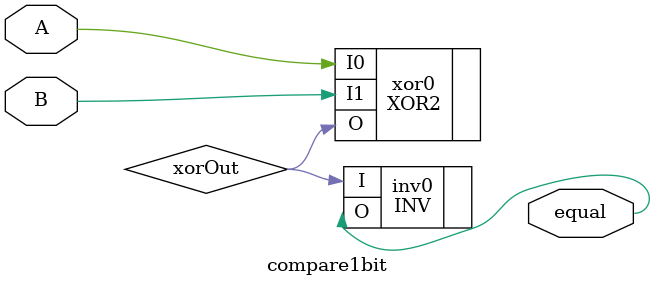
<source format=v>
`timescale 1ns / 1ps
module compare1bit(
    input A,
    input B,
    output equal
    );
	 
	 //takes two 1-bit binary numbers as input. compares the numbers using a NOT(XOR) gate.
	 //returns 1 if the two numbers are equal and 0 otherwise.

	wire xorOut, invOut;
	
	XOR2 xor0(.I0(A), .I1(B), .O(xorOut));
	INV inv0(.I(xorOut), .O(equal));

endmodule

</source>
